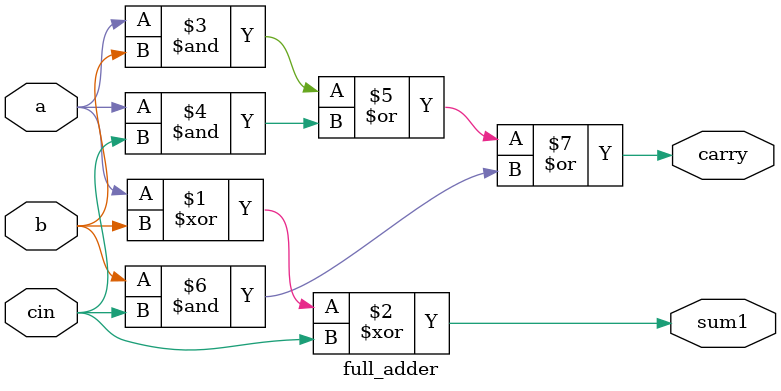
<source format=v>
module Add( 
    input [99:0] a, b,
    input cin,
	output cout,
    output [99:0] sum );
    
	wire [99:0] carry;
	wire [99:0] sum1;
	
	assign sum = sum1;
	assign cout = carry[99];
	
    full_adder inst0(.a(a[0]), .b(b[0]), .cin(cin), .carry(carry[0]), .sum1(sum1[0]));
    full_adder inst1(.a(a[1]), .b(b[1]), .cin(carry[0]), .carry(carry[1]), .sum1(sum1[1]));
    full_adder inst2(.a(a[2]), .b(b[2]), .cin(carry[1]), .carry(carry[2]), .sum1(sum1[2]));
    full_adder inst3(.a(a[3]), .b(b[3]), .cin(carry[2]), .carry(carry[3]), .sum1(sum1[3]));
    full_adder inst4(.a(a[4]), .b(b[4]), .cin(carry[3]), .carry(carry[4]), .sum1(sum1[4]));
    full_adder inst5(.a(a[5]), .b(b[5]), .cin(carry[4]), .carry(carry[5]), .sum1(sum1[5]));
    full_adder inst6(.a(a[6]), .b(b[6]), .cin(carry[5]), .carry(carry[6]), .sum1(sum1[6]));
    full_adder inst7(.a(a[7]), .b(b[7]), .cin(carry[6]), .carry(carry[7]), .sum1(sum1[7]));
    full_adder inst8(.a(a[8]), .b(b[8]), .cin(carry[7]), .carry(carry[8]), .sum1(sum1[8]));
    full_adder inst9(.a(a[9]), .b(b[9]), .cin(carry[8]), .carry(carry[9]), .sum1(sum1[9]));
    full_adder inst10(.a(a[10]), .b(b[10]), .cin(carry[9]), .carry(carry[10]), .sum1(sum1[10]));
    full_adder inst11(.a(a[11]), .b(b[11]), .cin(carry[10]), .carry(carry[11]), .sum1(sum1[11]));
    full_adder inst12(.a(a[12]), .b(b[12]), .cin(carry[11]), .carry(carry[12]), .sum1(sum1[12]));
    full_adder inst13(.a(a[13]), .b(b[13]), .cin(carry[12]), .carry(carry[13]), .sum1(sum1[13]));
    full_adder inst14(.a(a[14]), .b(b[14]), .cin(carry[13]), .carry(carry[14]), .sum1(sum1[14]));
    full_adder inst15(.a(a[15]), .b(b[15]), .cin(carry[14]), .carry(carry[15]), .sum1(sum1[15]));
    full_adder inst16(.a(a[16]), .b(b[16]), .cin(carry[15]), .carry(carry[16]), .sum1(sum1[16]));
    full_adder inst17(.a(a[17]), .b(b[17]), .cin(carry[16]), .carry(carry[17]), .sum1(sum1[17]));
    full_adder inst18(.a(a[18]), .b(b[18]), .cin(carry[17]), .carry(carry[18]), .sum1(sum1[18]));
    full_adder inst19(.a(a[19]), .b(b[19]), .cin(carry[18]), .carry(carry[19]), .sum1(sum1[19]));
    full_adder inst20(.a(a[20]), .b(b[20]), .cin(carry[19]), .carry(carry[20]), .sum1(sum1[20]));
    full_adder inst21(.a(a[21]), .b(b[21]), .cin(carry[20]), .carry(carry[21]), .sum1(sum1[21]));
    full_adder inst22(.a(a[22]), .b(b[22]), .cin(carry[21]), .carry(carry[22]), .sum1(sum1[22]));
    full_adder inst23(.a(a[23]), .b(b[23]), .cin(carry[22]), .carry(carry[23]), .sum1(sum1[23]));
    full_adder inst24(.a(a[24]), .b(b[24]), .cin(carry[23]), .carry(carry[24]), .sum1(sum1[24]));
    full_adder inst25(.a(a[25]), .b(b[25]), .cin(carry[24]), .carry(carry[25]), .sum1(sum1[25]));
    full_adder inst26(.a(a[26]), .b(b[26]), .cin(carry[25]), .carry(carry[26]), .sum1(sum1[26]));
    full_adder inst27(.a(a[27]), .b(b[27]), .cin(carry[26]), .carry(carry[27]), .sum1(sum1[27]));
    full_adder inst28(.a(a[28]), .b(b[28]), .cin(carry[27]), .carry(carry[28]), .sum1(sum1[28]));
    full_adder inst29(.a(a[29]), .b(b[29]), .cin(carry[28]), .carry(carry[29]), .sum1(sum1[29]));
    full_adder inst30(.a(a[30]), .b(b[30]), .cin(carry[29]), .carry(carry[30]), .sum1(sum1[30]));
    full_adder inst31(.a(a[31]), .b(b[31]), .cin(carry[30]), .carry(carry[31]), .sum1(sum1[31]));
    full_adder inst32(.a(a[32]), .b(b[32]), .cin(carry[31]), .carry(carry[32]), .sum1(sum1[32]));
    full_adder inst33(.a(a[33]), .b(b[33]), .cin(carry[32]), .carry(carry[33]), .sum1(sum1[33]));
    full_adder inst34(.a(a[34]), .b(b[34]), .cin(carry[33]), .carry(carry[34]), .sum1(sum1[34]));
    full_adder inst35(.a(a[35]), .b(b[35]), .cin(carry[34]), .carry(carry[35]), .sum1(sum1[35]));
    full_adder inst36(.a(a[36]), .b(b[36]), .cin(carry[35]), .carry(carry[36]), .sum1(sum1[36]));
    full_adder inst37(.a(a[37]), .b(b[37]), .cin(carry[36]), .carry(carry[37]), .sum1(sum1[37]));
    full_adder inst38(.a(a[38]), .b(b[38]), .cin(carry[37]), .carry(carry[38]), .sum1(sum1[38]));
    full_adder inst39(.a(a[39]), .b(b[39]), .cin(carry[38]), .carry(carry[39]), .sum1(sum1[39]));
    full_adder inst40(.a(a[40]), .b(b[40]), .cin(carry[39]), .carry(carry[40]), .sum1(sum1[40]));
    full_adder inst41(.a(a[41]), .b(b[41]), .cin(carry[40]), .carry(carry[41]), .sum1(sum1[41]));
    full_adder inst42(.a(a[42]), .b(b[42]), .cin(carry[41]), .carry(carry[42]), .sum1(sum1[42]));
    full_adder inst43(.a(a[43]), .b(b[43]), .cin(carry[42]), .carry(carry[43]), .sum1(sum1[43]));
    full_adder inst44(.a(a[44]), .b(b[44]), .cin(carry[43]), .carry(carry[44]), .sum1(sum1[44]));
    full_adder inst45(.a(a[45]), .b(b[45]), .cin(carry[44]), .carry(carry[45]), .sum1(sum1[45]));
    full_adder inst46(.a(a[46]), .b(b[46]), .cin(carry[45]), .carry(carry[46]), .sum1(sum1[46]));
    full_adder inst47(.a(a[47]), .b(b[47]), .cin(carry[46]), .carry(carry[47]), .sum1(sum1[47]));
    full_adder inst48(.a(a[48]), .b(b[48]), .cin(carry[47]), .carry(carry[48]), .sum1(sum1[48]));
    full_adder inst49(.a(a[49]), .b(b[49]), .cin(carry[48]), .carry(carry[49]), .sum1(sum1[49]));
    full_adder inst50(.a(a[50]), .b(b[50]), .cin(carry[49]), .carry(carry[50]), .sum1(sum1[50]));
    full_adder inst51(.a(a[51]), .b(b[51]), .cin(carry[50]), .carry(carry[51]), .sum1(sum1[51]));
    full_adder inst52(.a(a[52]), .b(b[52]), .cin(carry[51]), .carry(carry[52]), .sum1(sum1[52]));
    full_adder inst53(.a(a[53]), .b(b[53]), .cin(carry[52]), .carry(carry[53]), .sum1(sum1[53]));
    full_adder inst54(.a(a[54]), .b(b[54]), .cin(carry[53]), .carry(carry[54]), .sum1(sum1[54]));
    full_adder inst55(.a(a[55]), .b(b[55]), .cin(carry[54]), .carry(carry[55]), .sum1(sum1[55]));
    full_adder inst56(.a(a[56]), .b(b[56]), .cin(carry[55]), .carry(carry[56]), .sum1(sum1[56]));
    full_adder inst57(.a(a[57]), .b(b[57]), .cin(carry[56]), .carry(carry[57]), .sum1(sum1[57]));
    full_adder inst58(.a(a[58]), .b(b[58]), .cin(carry[57]), .carry(carry[58]), .sum1(sum1[58]));
    full_adder inst59(.a(a[59]), .b(b[59]), .cin(carry[58]), .carry(carry[59]), .sum1(sum1[59]));
    full_adder inst60(.a(a[60]), .b(b[60]), .cin(carry[59]), .carry(carry[60]), .sum1(sum1[60]));
    full_adder inst61(.a(a[61]), .b(b[61]), .cin(carry[60]), .carry(carry[61]), .sum1(sum1[61]));
    full_adder inst62(.a(a[62]), .b(b[62]), .cin(carry[61]), .carry(carry[62]), .sum1(sum1[62]));
    full_adder inst63(.a(a[63]), .b(b[63]), .cin(carry[62]), .carry(carry[63]), .sum1(sum1[63]));
    full_adder inst64(.a(a[64]), .b(b[64]), .cin(carry[63]), .carry(carry[64]), .sum1(sum1[64]));
    full_adder inst65(.a(a[65]), .b(b[65]), .cin(carry[64]), .carry(carry[65]), .sum1(sum1[65]));
    full_adder inst66(.a(a[66]), .b(b[66]), .cin(carry[65]), .carry(carry[66]), .sum1(sum1[66]));
    full_adder inst67(.a(a[67]), .b(b[67]), .cin(carry[66]), .carry(carry[67]), .sum1(sum1[67]));
    full_adder inst68(.a(a[68]), .b(b[68]), .cin(carry[67]), .carry(carry[68]), .sum1(sum1[68]));
    full_adder inst69(.a(a[69]), .b(b[69]), .cin(carry[68]), .carry(carry[69]), .sum1(sum1[69]));
    full_adder inst70(.a(a[70]), .b(b[70]), .cin(carry[69]), .carry(carry[70]), .sum1(sum1[70]));
    full_adder inst71(.a(a[71]), .b(b[71]), .cin(carry[70]), .carry(carry[71]), .sum1(sum1[71]));
    full_adder inst72(.a(a[72]), .b(b[72]), .cin(carry[71]), .carry(carry[72]), .sum1(sum1[72]));
    full_adder inst73(.a(a[73]), .b(b[73]), .cin(carry[72]), .carry(carry[73]), .sum1(sum1[73]));
    full_adder inst74(.a(a[74]), .b(b[74]), .cin(carry[73]), .carry(carry[74]), .sum1(sum1[74]));
    full_adder inst75(.a(a[75]), .b(b[75]), .cin(carry[74]), .carry(carry[75]), .sum1(sum1[75]));
    full_adder inst76(.a(a[76]), .b(b[76]), .cin(carry[75]), .carry(carry[76]), .sum1(sum1[76]));
    full_adder inst77(.a(a[77]), .b(b[77]), .cin(carry[76]), .carry(carry[77]), .sum1(sum1[77]));
    full_adder inst78(.a(a[78]), .b(b[78]), .cin(carry[77]), .carry(carry[78]), .sum1(sum1[78]));
    full_adder inst79(.a(a[79]), .b(b[79]), .cin(carry[78]), .carry(carry[79]), .sum1(sum1[79]));
    full_adder inst80(.a(a[80]), .b(b[80]), .cin(carry[79]), .carry(carry[80]), .sum1(sum1[80]));
    full_adder inst81(.a(a[81]), .b(b[81]), .cin(carry[80]), .carry(carry[81]), .sum1(sum1[81]));
    full_adder inst82(.a(a[82]), .b(b[82]), .cin(carry[81]), .carry(carry[82]), .sum1(sum1[82]));
    full_adder inst83(.a(a[83]), .b(b[83]), .cin(carry[82]), .carry(carry[83]), .sum1(sum1[83]));
    full_adder inst84(.a(a[84]), .b(b[84]), .cin(carry[83]), .carry(carry[84]), .sum1(sum1[84]));
    full_adder inst85(.a(a[85]), .b(b[85]), .cin(carry[84]), .carry(carry[85]), .sum1(sum1[85]));
    full_adder inst86(.a(a[86]), .b(b[86]), .cin(carry[85]), .carry(carry[86]), .sum1(sum1[86]));
    full_adder inst87(.a(a[87]), .b(b[87]), .cin(carry[86]), .carry(carry[87]), .sum1(sum1[87]));
    full_adder inst88(.a(a[88]), .b(b[88]), .cin(carry[87]), .carry(carry[88]), .sum1(sum1[88]));
    full_adder inst89(.a(a[89]), .b(b[89]), .cin(carry[88]), .carry(carry[89]), .sum1(sum1[89]));
    full_adder inst90(.a(a[90]), .b(b[90]), .cin(carry[89]), .carry(carry[90]), .sum1(sum1[90]));
    full_adder inst91(.a(a[91]), .b(b[91]), .cin(carry[90]), .carry(carry[91]), .sum1(sum1[91]));
    full_adder inst92(.a(a[92]), .b(b[92]), .cin(carry[91]), .carry(carry[92]), .sum1(sum1[92]));
    full_adder inst93(.a(a[93]), .b(b[93]), .cin(carry[92]), .carry(carry[93]), .sum1(sum1[93]));
    full_adder inst94(.a(a[94]), .b(b[94]), .cin(carry[93]), .carry(carry[94]), .sum1(sum1[94]));
    full_adder inst95(.a(a[95]), .b(b[95]), .cin(carry[94]), .carry(carry[95]), .sum1(sum1[95]));
    full_adder inst96(.a(a[96]), .b(b[96]), .cin(carry[95]), .carry(carry[96]), .sum1(sum1[96]));
    full_adder inst97(.a(a[97]), .b(b[97]), .cin(carry[96]), .carry(carry[97]), .sum1(sum1[97]));
    full_adder inst98(.a(a[98]), .b(b[98]), .cin(carry[97]), .carry(carry[98]), .sum1(sum1[98]));
    full_adder inst99(.a(a[99]), .b(b[99]), .cin(carry[98]), .carry(carry[99]), .sum1(sum1[99]));
            
endmodule

module full_adder(a, b, cin, carry, sum1);
    
    input a, b, cin;
    output carry, sum1;
    
    assign sum1 = a ^ b ^ cin; // 计算和
    assign carry = (a & b) | (a & cin) | (b & cin); // 计算进位

endmodule


</source>
